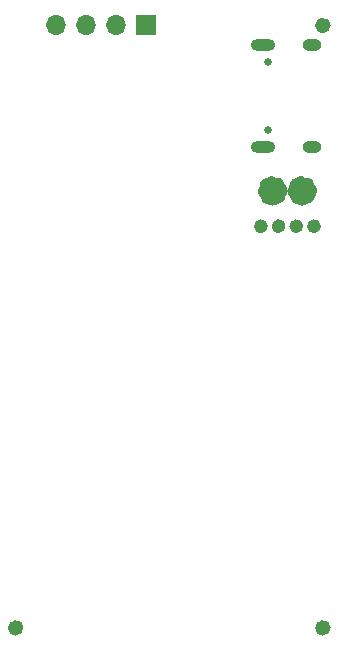
<source format=gbr>
G04 #@! TF.GenerationSoftware,KiCad,Pcbnew,(5.1.12)-1*
G04 #@! TF.CreationDate,2022-06-01T00:15:58-07:00*
G04 #@! TF.ProjectId,LedMatrixTest,4c65644d-6174-4726-9978-546573742e6b,rev?*
G04 #@! TF.SameCoordinates,Original*
G04 #@! TF.FileFunction,Soldermask,Bot*
G04 #@! TF.FilePolarity,Negative*
%FSLAX46Y46*%
G04 Gerber Fmt 4.6, Leading zero omitted, Abs format (unit mm)*
G04 Created by KiCad (PCBNEW (5.1.12)-1) date 2022-06-01 00:15:58*
%MOMM*%
%LPD*%
G01*
G04 APERTURE LIST*
%ADD10C,0.700000*%
%ADD11C,0.650000*%
%ADD12C,1.500000*%
%ADD13R,1.700000X1.700000*%
%ADD14O,1.700000X1.700000*%
%ADD15O,2.100000X1.000000*%
%ADD16O,1.600000X1.000000*%
%ADD17C,0.650000*%
%ADD18C,1.152000*%
G04 APERTURE END LIST*
D10*
X108000000Y-25000000D02*
G75*
G03*
X108000000Y-25000000I-250000J0D01*
G01*
X109500000Y-25000000D02*
G75*
G03*
X109500000Y-25000000I-250000J0D01*
G01*
X111000000Y-25000000D02*
G75*
G03*
X111000000Y-25000000I-250000J0D01*
G01*
X112500000Y-25000000D02*
G75*
G03*
X112500000Y-25000000I-250000J0D01*
G01*
D11*
X113325000Y-8000000D02*
G75*
G03*
X113325000Y-8000000I-325000J0D01*
G01*
X87325000Y-59000000D02*
G75*
G03*
X87325000Y-59000000I-325000J0D01*
G01*
X113325000Y-59000000D02*
G75*
G03*
X113325000Y-59000000I-325000J0D01*
G01*
D12*
X109250000Y-22000000D02*
G75*
G03*
X109250000Y-22000000I-500000J0D01*
G01*
X111750000Y-22000000D02*
G75*
G03*
X111750000Y-22000000I-500000J0D01*
G01*
D13*
X98000000Y-8000000D03*
D14*
X95460000Y-8000000D03*
X92920000Y-8000000D03*
X90380000Y-8000000D03*
D15*
X107895000Y-18320000D03*
X107895000Y-9680000D03*
D16*
X112075000Y-18320000D03*
X112075000Y-9680000D03*
D17*
X108395000Y-11110000D03*
X108395000Y-16890000D03*
D18*
X113000000Y-8000000D03*
X87000000Y-59000000D03*
X113000000Y-59000000D03*
M02*

</source>
